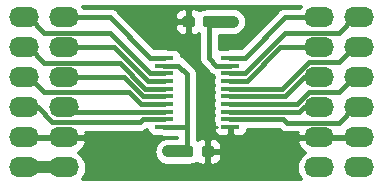
<source format=gbr>
G04 #@! TF.GenerationSoftware,KiCad,Pcbnew,5.1.4+dfsg1-1*
G04 #@! TF.CreationDate,2019-11-09T04:53:54-08:00*
G04 #@! TF.ProjectId,pmod-level-conv,706d6f64-2d6c-4657-9665-6c2d636f6e76,rev?*
G04 #@! TF.SameCoordinates,PX5095e20PY5204180*
G04 #@! TF.FileFunction,Copper,L1,Top*
G04 #@! TF.FilePolarity,Positive*
%FSLAX46Y46*%
G04 Gerber Fmt 4.6, Leading zero omitted, Abs format (unit mm)*
G04 Created by KiCad (PCBNEW 5.1.4+dfsg1-1) date 2019-11-09 04:53:54*
%MOMM*%
%LPD*%
G04 APERTURE LIST*
%ADD10R,1.600000X0.300000*%
%ADD11O,2.540000X1.700000*%
%ADD12C,0.100000*%
%ADD13C,0.950000*%
%ADD14C,0.800000*%
%ADD15C,1.000000*%
%ADD16C,0.400000*%
%ADD17C,0.254000*%
G04 APERTURE END LIST*
D10*
X19300000Y10925000D03*
X19300000Y10275000D03*
X19300000Y9625000D03*
X19300000Y8975000D03*
X19300000Y8325000D03*
X19300000Y7675000D03*
X19300000Y7025000D03*
X19300000Y6375000D03*
X19300000Y5725000D03*
X19300000Y5075000D03*
X13700000Y5075000D03*
X13700000Y5725000D03*
X13700000Y6375000D03*
X13700000Y7025000D03*
X13700000Y7675000D03*
X13700000Y8325000D03*
X13700000Y8975000D03*
X13700000Y9625000D03*
X13700000Y10275000D03*
X13700000Y10925000D03*
D11*
X30170000Y1650000D03*
X26830000Y1650000D03*
X30170000Y4190000D03*
X26830000Y4190000D03*
X30170000Y6730000D03*
X26830000Y6730000D03*
X30170000Y9270000D03*
X26830000Y9270000D03*
X30170000Y11810000D03*
X26830000Y11810000D03*
X30170000Y14350000D03*
X26830000Y14350000D03*
X5170000Y1650000D03*
X1830000Y1650000D03*
X5170000Y4190000D03*
X1830000Y4190000D03*
X5170000Y6730000D03*
X1830000Y6730000D03*
X5170000Y9270000D03*
X1830000Y9270000D03*
X5170000Y11810000D03*
X1830000Y11810000D03*
X5170000Y14350000D03*
X1830000Y14350000D03*
D12*
G36*
X16060779Y14473856D02*
G01*
X16083834Y14470437D01*
X16106443Y14464773D01*
X16128387Y14456921D01*
X16149457Y14446956D01*
X16169448Y14434974D01*
X16188168Y14421090D01*
X16205438Y14405438D01*
X16221090Y14388168D01*
X16234974Y14369448D01*
X16246956Y14349457D01*
X16256921Y14328387D01*
X16264773Y14306443D01*
X16270437Y14283834D01*
X16273856Y14260779D01*
X16275000Y14237500D01*
X16275000Y13762500D01*
X16273856Y13739221D01*
X16270437Y13716166D01*
X16264773Y13693557D01*
X16256921Y13671613D01*
X16246956Y13650543D01*
X16234974Y13630552D01*
X16221090Y13611832D01*
X16205438Y13594562D01*
X16188168Y13578910D01*
X16169448Y13565026D01*
X16149457Y13553044D01*
X16128387Y13543079D01*
X16106443Y13535227D01*
X16083834Y13529563D01*
X16060779Y13526144D01*
X16037500Y13525000D01*
X15462500Y13525000D01*
X15439221Y13526144D01*
X15416166Y13529563D01*
X15393557Y13535227D01*
X15371613Y13543079D01*
X15350543Y13553044D01*
X15330552Y13565026D01*
X15311832Y13578910D01*
X15294562Y13594562D01*
X15278910Y13611832D01*
X15265026Y13630552D01*
X15253044Y13650543D01*
X15243079Y13671613D01*
X15235227Y13693557D01*
X15229563Y13716166D01*
X15226144Y13739221D01*
X15225000Y13762500D01*
X15225000Y14237500D01*
X15226144Y14260779D01*
X15229563Y14283834D01*
X15235227Y14306443D01*
X15243079Y14328387D01*
X15253044Y14349457D01*
X15265026Y14369448D01*
X15278910Y14388168D01*
X15294562Y14405438D01*
X15311832Y14421090D01*
X15330552Y14434974D01*
X15350543Y14446956D01*
X15371613Y14456921D01*
X15393557Y14464773D01*
X15416166Y14470437D01*
X15439221Y14473856D01*
X15462500Y14475000D01*
X16037500Y14475000D01*
X16060779Y14473856D01*
X16060779Y14473856D01*
G37*
D13*
X15750000Y14000000D03*
D12*
G36*
X17810779Y14473856D02*
G01*
X17833834Y14470437D01*
X17856443Y14464773D01*
X17878387Y14456921D01*
X17899457Y14446956D01*
X17919448Y14434974D01*
X17938168Y14421090D01*
X17955438Y14405438D01*
X17971090Y14388168D01*
X17984974Y14369448D01*
X17996956Y14349457D01*
X18006921Y14328387D01*
X18014773Y14306443D01*
X18020437Y14283834D01*
X18023856Y14260779D01*
X18025000Y14237500D01*
X18025000Y13762500D01*
X18023856Y13739221D01*
X18020437Y13716166D01*
X18014773Y13693557D01*
X18006921Y13671613D01*
X17996956Y13650543D01*
X17984974Y13630552D01*
X17971090Y13611832D01*
X17955438Y13594562D01*
X17938168Y13578910D01*
X17919448Y13565026D01*
X17899457Y13553044D01*
X17878387Y13543079D01*
X17856443Y13535227D01*
X17833834Y13529563D01*
X17810779Y13526144D01*
X17787500Y13525000D01*
X17212500Y13525000D01*
X17189221Y13526144D01*
X17166166Y13529563D01*
X17143557Y13535227D01*
X17121613Y13543079D01*
X17100543Y13553044D01*
X17080552Y13565026D01*
X17061832Y13578910D01*
X17044562Y13594562D01*
X17028910Y13611832D01*
X17015026Y13630552D01*
X17003044Y13650543D01*
X16993079Y13671613D01*
X16985227Y13693557D01*
X16979563Y13716166D01*
X16976144Y13739221D01*
X16975000Y13762500D01*
X16975000Y14237500D01*
X16976144Y14260779D01*
X16979563Y14283834D01*
X16985227Y14306443D01*
X16993079Y14328387D01*
X17003044Y14349457D01*
X17015026Y14369448D01*
X17028910Y14388168D01*
X17044562Y14405438D01*
X17061832Y14421090D01*
X17080552Y14434974D01*
X17100543Y14446956D01*
X17121613Y14456921D01*
X17143557Y14464773D01*
X17166166Y14470437D01*
X17189221Y14473856D01*
X17212500Y14475000D01*
X17787500Y14475000D01*
X17810779Y14473856D01*
X17810779Y14473856D01*
G37*
D13*
X17500000Y14000000D03*
D12*
G36*
X17685779Y3473856D02*
G01*
X17708834Y3470437D01*
X17731443Y3464773D01*
X17753387Y3456921D01*
X17774457Y3446956D01*
X17794448Y3434974D01*
X17813168Y3421090D01*
X17830438Y3405438D01*
X17846090Y3388168D01*
X17859974Y3369448D01*
X17871956Y3349457D01*
X17881921Y3328387D01*
X17889773Y3306443D01*
X17895437Y3283834D01*
X17898856Y3260779D01*
X17900000Y3237500D01*
X17900000Y2762500D01*
X17898856Y2739221D01*
X17895437Y2716166D01*
X17889773Y2693557D01*
X17881921Y2671613D01*
X17871956Y2650543D01*
X17859974Y2630552D01*
X17846090Y2611832D01*
X17830438Y2594562D01*
X17813168Y2578910D01*
X17794448Y2565026D01*
X17774457Y2553044D01*
X17753387Y2543079D01*
X17731443Y2535227D01*
X17708834Y2529563D01*
X17685779Y2526144D01*
X17662500Y2525000D01*
X17087500Y2525000D01*
X17064221Y2526144D01*
X17041166Y2529563D01*
X17018557Y2535227D01*
X16996613Y2543079D01*
X16975543Y2553044D01*
X16955552Y2565026D01*
X16936832Y2578910D01*
X16919562Y2594562D01*
X16903910Y2611832D01*
X16890026Y2630552D01*
X16878044Y2650543D01*
X16868079Y2671613D01*
X16860227Y2693557D01*
X16854563Y2716166D01*
X16851144Y2739221D01*
X16850000Y2762500D01*
X16850000Y3237500D01*
X16851144Y3260779D01*
X16854563Y3283834D01*
X16860227Y3306443D01*
X16868079Y3328387D01*
X16878044Y3349457D01*
X16890026Y3369448D01*
X16903910Y3388168D01*
X16919562Y3405438D01*
X16936832Y3421090D01*
X16955552Y3434974D01*
X16975543Y3446956D01*
X16996613Y3456921D01*
X17018557Y3464773D01*
X17041166Y3470437D01*
X17064221Y3473856D01*
X17087500Y3475000D01*
X17662500Y3475000D01*
X17685779Y3473856D01*
X17685779Y3473856D01*
G37*
D13*
X17375000Y3000000D03*
D12*
G36*
X15935779Y3473856D02*
G01*
X15958834Y3470437D01*
X15981443Y3464773D01*
X16003387Y3456921D01*
X16024457Y3446956D01*
X16044448Y3434974D01*
X16063168Y3421090D01*
X16080438Y3405438D01*
X16096090Y3388168D01*
X16109974Y3369448D01*
X16121956Y3349457D01*
X16131921Y3328387D01*
X16139773Y3306443D01*
X16145437Y3283834D01*
X16148856Y3260779D01*
X16150000Y3237500D01*
X16150000Y2762500D01*
X16148856Y2739221D01*
X16145437Y2716166D01*
X16139773Y2693557D01*
X16131921Y2671613D01*
X16121956Y2650543D01*
X16109974Y2630552D01*
X16096090Y2611832D01*
X16080438Y2594562D01*
X16063168Y2578910D01*
X16044448Y2565026D01*
X16024457Y2553044D01*
X16003387Y2543079D01*
X15981443Y2535227D01*
X15958834Y2529563D01*
X15935779Y2526144D01*
X15912500Y2525000D01*
X15337500Y2525000D01*
X15314221Y2526144D01*
X15291166Y2529563D01*
X15268557Y2535227D01*
X15246613Y2543079D01*
X15225543Y2553044D01*
X15205552Y2565026D01*
X15186832Y2578910D01*
X15169562Y2594562D01*
X15153910Y2611832D01*
X15140026Y2630552D01*
X15128044Y2650543D01*
X15118079Y2671613D01*
X15110227Y2693557D01*
X15104563Y2716166D01*
X15101144Y2739221D01*
X15100000Y2762500D01*
X15100000Y3237500D01*
X15101144Y3260779D01*
X15104563Y3283834D01*
X15110227Y3306443D01*
X15118079Y3328387D01*
X15128044Y3349457D01*
X15140026Y3369448D01*
X15153910Y3388168D01*
X15169562Y3405438D01*
X15186832Y3421090D01*
X15205552Y3434974D01*
X15225543Y3446956D01*
X15246613Y3456921D01*
X15268557Y3464773D01*
X15291166Y3470437D01*
X15314221Y3473856D01*
X15337500Y3475000D01*
X15912500Y3475000D01*
X15935779Y3473856D01*
X15935779Y3473856D01*
G37*
D13*
X15625000Y3000000D03*
D14*
X20000000Y4000000D03*
X20000000Y2750000D03*
X14000000Y3000000D03*
X19500000Y14000000D03*
D15*
X2230000Y1650000D02*
X4770000Y1650000D01*
X14000000Y3000000D02*
X15625000Y3000000D01*
D16*
X15625000Y3575000D02*
X15625000Y3000000D01*
X14900000Y10275000D02*
X15625000Y9550000D01*
X13700000Y10275000D02*
X14900000Y10275000D01*
X15575000Y5075000D02*
X15625000Y5125000D01*
X13700000Y5075000D02*
X15575000Y5075000D01*
X15625000Y9550000D02*
X15625000Y5125000D01*
X15625000Y5125000D02*
X15625000Y3575000D01*
X17500000Y10875000D02*
X18100000Y10275000D01*
X18100000Y10275000D02*
X19300000Y10275000D01*
X17500000Y14000000D02*
X17500000Y10875000D01*
D15*
X19500000Y14000000D02*
X17500000Y14000000D01*
D16*
X12500000Y8325000D02*
X13700000Y8325000D01*
X9907906Y10520010D02*
X12102916Y8325000D01*
X3519990Y10520010D02*
X9907906Y10520010D01*
X12102916Y8325000D02*
X12500000Y8325000D01*
X2230000Y11810000D02*
X3519990Y10520010D01*
X11870018Y5725000D02*
X12500000Y5725000D01*
X11625008Y5479990D02*
X11870018Y5725000D01*
X4232229Y5479990D02*
X11625008Y5479990D01*
X2982219Y6730000D02*
X4232229Y5479990D01*
X12500000Y5725000D02*
X13700000Y5725000D01*
X2230000Y6730000D02*
X2982219Y6730000D01*
X12500000Y8975000D02*
X13700000Y8975000D01*
X12301458Y8975000D02*
X12500000Y8975000D01*
X9466458Y11810000D02*
X12301458Y8975000D01*
X4770000Y11810000D02*
X9466458Y11810000D01*
X5125000Y6375000D02*
X13700000Y6375000D01*
X4770000Y6730000D02*
X5125000Y6375000D01*
X12500000Y9625000D02*
X13700000Y9625000D01*
X9064990Y13060010D02*
X12500000Y9625000D01*
X3519990Y13060010D02*
X9064990Y13060010D01*
X2230000Y14350000D02*
X3519990Y13060010D01*
X11705832Y7025000D02*
X12500000Y7025000D01*
X10710842Y8019990D02*
X11705832Y7025000D01*
X3480010Y8019990D02*
X10710842Y8019990D01*
X12500000Y7025000D02*
X13700000Y7025000D01*
X2230000Y9270000D02*
X3480010Y8019990D01*
X12500000Y10925000D02*
X13700000Y10925000D01*
X9075000Y14350000D02*
X12500000Y10925000D01*
X4770000Y14350000D02*
X9075000Y14350000D01*
X12500000Y7675000D02*
X13700000Y7675000D01*
X11904374Y7675000D02*
X12500000Y7675000D01*
X10309374Y9270000D02*
X11904374Y7675000D01*
X4770000Y9270000D02*
X10309374Y9270000D01*
X28480010Y5440010D02*
X29770000Y6730000D01*
X24059990Y5440010D02*
X28480010Y5440010D01*
X23775000Y5725000D02*
X24059990Y5440010D01*
X19300000Y5725000D02*
X23775000Y5725000D01*
X28519990Y10559990D02*
X29770000Y11810000D01*
X25932209Y10559990D02*
X28519990Y10559990D01*
X23697219Y8325000D02*
X25932209Y10559990D01*
X19300000Y8325000D02*
X23697219Y8325000D01*
X25490761Y6730000D02*
X27230000Y6730000D01*
X25135761Y6375000D02*
X25490761Y6730000D01*
X19300000Y6375000D02*
X25135761Y6375000D01*
X20500000Y8975000D02*
X19300000Y8975000D01*
X20698542Y8975000D02*
X20500000Y8975000D01*
X23533542Y11810000D02*
X20698542Y8975000D01*
X27230000Y11810000D02*
X23533542Y11810000D01*
X28519990Y8019990D02*
X29770000Y9270000D01*
X25932209Y8019990D02*
X28519990Y8019990D01*
X24937219Y7025000D02*
X25932209Y8019990D01*
X19300000Y7025000D02*
X24937219Y7025000D01*
X20500000Y9625000D02*
X19300000Y9625000D01*
X23935010Y13060010D02*
X20500000Y9625000D01*
X28480010Y13060010D02*
X23935010Y13060010D01*
X29770000Y14350000D02*
X28480010Y13060010D01*
X25490761Y9270000D02*
X27230000Y9270000D01*
X23895761Y7675000D02*
X25490761Y9270000D01*
X19300000Y7675000D02*
X23895761Y7675000D01*
X23925000Y14350000D02*
X20500000Y10925000D01*
X20500000Y10925000D02*
X19300000Y10925000D01*
X27230000Y14350000D02*
X23925000Y14350000D01*
D17*
G36*
X25174207Y15185000D02*
G01*
X23966007Y15185000D01*
X23924999Y15189039D01*
X23883991Y15185000D01*
X23883981Y15185000D01*
X23761311Y15172918D01*
X23603913Y15125172D01*
X23458854Y15047636D01*
X23331709Y14943291D01*
X23305559Y14911427D01*
X20154133Y11760000D01*
X19258981Y11760000D01*
X19136311Y11747918D01*
X19021439Y11713072D01*
X18500000Y11713072D01*
X18375518Y11700812D01*
X18335000Y11688521D01*
X18335000Y12865000D01*
X19555752Y12865000D01*
X19722499Y12881423D01*
X19936447Y12946324D01*
X20133623Y13051716D01*
X20306449Y13193551D01*
X20448284Y13366377D01*
X20553676Y13563553D01*
X20618577Y13777501D01*
X20640491Y14000000D01*
X20618577Y14222499D01*
X20553676Y14436447D01*
X20448284Y14633623D01*
X20306449Y14806449D01*
X20133623Y14948284D01*
X19936447Y15053676D01*
X19722499Y15118577D01*
X19555752Y15135000D01*
X17444248Y15135000D01*
X17277501Y15118577D01*
X17259354Y15113072D01*
X17212500Y15113072D01*
X17041684Y15096248D01*
X16877433Y15046423D01*
X16726058Y14965512D01*
X16702161Y14945901D01*
X16629494Y15005537D01*
X16519180Y15064502D01*
X16399482Y15100812D01*
X16275000Y15113072D01*
X16035750Y15110000D01*
X15877000Y14951250D01*
X15877000Y14127000D01*
X15897000Y14127000D01*
X15897000Y13873000D01*
X15877000Y13873000D01*
X15877000Y13048750D01*
X16035750Y12890000D01*
X16275000Y12886928D01*
X16399482Y12899188D01*
X16519180Y12935498D01*
X16629494Y12994463D01*
X16665000Y13023602D01*
X16665001Y10916028D01*
X16660960Y10875000D01*
X16677082Y10711312D01*
X16724828Y10553914D01*
X16800110Y10413072D01*
X16802365Y10408854D01*
X16906710Y10281709D01*
X16938574Y10255559D01*
X17480558Y9713574D01*
X17506709Y9681709D01*
X17617134Y9591086D01*
X17633854Y9577364D01*
X17778913Y9499828D01*
X17861964Y9474635D01*
X17874188Y9350518D01*
X17889512Y9300000D01*
X17874188Y9249482D01*
X17861928Y9125000D01*
X17861928Y8825000D01*
X17874188Y8700518D01*
X17889512Y8650000D01*
X17874188Y8599482D01*
X17861928Y8475000D01*
X17861928Y8175000D01*
X17874188Y8050518D01*
X17889512Y8000000D01*
X17874188Y7949482D01*
X17861928Y7825000D01*
X17861928Y7525000D01*
X17874188Y7400518D01*
X17889512Y7350000D01*
X17874188Y7299482D01*
X17861928Y7175000D01*
X17861928Y6875000D01*
X17874188Y6750518D01*
X17889512Y6700000D01*
X17874188Y6649482D01*
X17861928Y6525000D01*
X17861928Y6225000D01*
X17874188Y6100518D01*
X17889512Y6050000D01*
X17874188Y5999482D01*
X17861928Y5875000D01*
X17861928Y5575000D01*
X17874188Y5450518D01*
X17889409Y5400341D01*
X17876020Y5358358D01*
X17865000Y5256750D01*
X18023750Y5098000D01*
X18080271Y5098000D01*
X18136322Y5052000D01*
X18023750Y5052000D01*
X17865000Y4893250D01*
X17876020Y4791642D01*
X17914026Y4672472D01*
X17974551Y4563006D01*
X18055269Y4467452D01*
X18153078Y4389481D01*
X18264219Y4332089D01*
X18384420Y4297483D01*
X18509063Y4286992D01*
X19014250Y4290000D01*
X19173000Y4448750D01*
X19173000Y4898468D01*
X19258981Y4890000D01*
X19427000Y4890000D01*
X19427000Y4448750D01*
X19585750Y4290000D01*
X20090937Y4286992D01*
X20215580Y4297483D01*
X20335781Y4332089D01*
X20446922Y4389481D01*
X20544731Y4467452D01*
X20625449Y4563006D01*
X20685974Y4672472D01*
X20723980Y4791642D01*
X20734648Y4890000D01*
X23429132Y4890000D01*
X23440548Y4878584D01*
X23466699Y4846719D01*
X23593844Y4742374D01*
X23738903Y4664838D01*
X23896301Y4617092D01*
X24018971Y4605010D01*
X24018972Y4605010D01*
X24059990Y4600970D01*
X24101008Y4605010D01*
X24981446Y4605010D01*
X24968524Y4546890D01*
X25089845Y4317000D01*
X26703000Y4317000D01*
X26703000Y4337000D01*
X26957000Y4337000D01*
X26957000Y4317000D01*
X30043000Y4317000D01*
X30043000Y4337000D01*
X30297000Y4337000D01*
X30297000Y4317000D01*
X30317000Y4317000D01*
X30317000Y4063000D01*
X30297000Y4063000D01*
X30297000Y4043000D01*
X30043000Y4043000D01*
X30043000Y4063000D01*
X26957000Y4063000D01*
X26957000Y4043000D01*
X26703000Y4043000D01*
X26703000Y4063000D01*
X25089845Y4063000D01*
X24968524Y3833110D01*
X24989437Y3739047D01*
X25104709Y3470574D01*
X25270143Y3229748D01*
X25479381Y3025824D01*
X25639337Y2921895D01*
X25580986Y2890706D01*
X25354866Y2705134D01*
X25169294Y2479014D01*
X25031401Y2221034D01*
X24946487Y1941111D01*
X24917815Y1650000D01*
X24946487Y1358889D01*
X25031401Y1078966D01*
X25169294Y820986D01*
X25301412Y660000D01*
X6698588Y660000D01*
X6830706Y820986D01*
X6968599Y1078966D01*
X7053513Y1358889D01*
X7082185Y1650000D01*
X7053513Y1941111D01*
X6968599Y2221034D01*
X6830706Y2479014D01*
X6645134Y2705134D01*
X6419014Y2890706D01*
X6360663Y2921895D01*
X6520619Y3025824D01*
X6729857Y3229748D01*
X6895291Y3470574D01*
X7010563Y3739047D01*
X7031476Y3833110D01*
X6910155Y4063000D01*
X5297000Y4063000D01*
X5297000Y4043000D01*
X5043000Y4043000D01*
X5043000Y4063000D01*
X1957000Y4063000D01*
X1957000Y4043000D01*
X1703000Y4043000D01*
X1703000Y4063000D01*
X1683000Y4063000D01*
X1683000Y4317000D01*
X1703000Y4317000D01*
X1703000Y4337000D01*
X1957000Y4337000D01*
X1957000Y4317000D01*
X5043000Y4317000D01*
X5043000Y4337000D01*
X5297000Y4337000D01*
X5297000Y4317000D01*
X6910155Y4317000D01*
X7031476Y4546890D01*
X7010563Y4640953D01*
X7008830Y4644990D01*
X11583990Y4644990D01*
X11625008Y4640950D01*
X11666026Y4644990D01*
X11666027Y4644990D01*
X11788697Y4657072D01*
X11946095Y4704818D01*
X12091154Y4782354D01*
X12218299Y4886699D01*
X12221008Y4890000D01*
X12265375Y4890000D01*
X12274188Y4800518D01*
X12310498Y4680820D01*
X12369463Y4570506D01*
X12448815Y4473815D01*
X12545506Y4394463D01*
X12655820Y4335498D01*
X12775518Y4299188D01*
X12900000Y4286928D01*
X13421439Y4286928D01*
X13536311Y4252082D01*
X13658981Y4240000D01*
X14790001Y4240000D01*
X14790001Y4135000D01*
X13944248Y4135000D01*
X13777501Y4118577D01*
X13563553Y4053676D01*
X13366377Y3948284D01*
X13193551Y3806449D01*
X13051716Y3633623D01*
X12946324Y3436447D01*
X12881423Y3222499D01*
X12859509Y3000000D01*
X12881423Y2777501D01*
X12946324Y2563553D01*
X13051716Y2366377D01*
X13193551Y2193551D01*
X13366377Y2051716D01*
X13563553Y1946324D01*
X13777501Y1881423D01*
X13944248Y1865000D01*
X15680752Y1865000D01*
X15847499Y1881423D01*
X15865646Y1886928D01*
X15912500Y1886928D01*
X16083316Y1903752D01*
X16247567Y1953577D01*
X16398942Y2034488D01*
X16422839Y2054099D01*
X16495506Y1994463D01*
X16605820Y1935498D01*
X16725518Y1899188D01*
X16850000Y1886928D01*
X17089250Y1890000D01*
X17248000Y2048750D01*
X17248000Y2873000D01*
X17502000Y2873000D01*
X17502000Y2048750D01*
X17660750Y1890000D01*
X17900000Y1886928D01*
X18024482Y1899188D01*
X18144180Y1935498D01*
X18254494Y1994463D01*
X18351185Y2073815D01*
X18430537Y2170506D01*
X18489502Y2280820D01*
X18525812Y2400518D01*
X18538072Y2525000D01*
X18535000Y2714250D01*
X18376250Y2873000D01*
X17502000Y2873000D01*
X17248000Y2873000D01*
X17228000Y2873000D01*
X17228000Y3127000D01*
X17248000Y3127000D01*
X17248000Y3951250D01*
X17502000Y3951250D01*
X17502000Y3127000D01*
X18376250Y3127000D01*
X18535000Y3285750D01*
X18538072Y3475000D01*
X18525812Y3599482D01*
X18489502Y3719180D01*
X18430537Y3829494D01*
X18351185Y3926185D01*
X18254494Y4005537D01*
X18144180Y4064502D01*
X18024482Y4100812D01*
X17900000Y4113072D01*
X17660750Y4110000D01*
X17502000Y3951250D01*
X17248000Y3951250D01*
X17089250Y4110000D01*
X16850000Y4113072D01*
X16725518Y4100812D01*
X16605820Y4064502D01*
X16495506Y4005537D01*
X16460000Y3976398D01*
X16460000Y5083982D01*
X16464040Y5125000D01*
X16460000Y5166019D01*
X16460000Y9508982D01*
X16464040Y9550000D01*
X16453646Y9655537D01*
X16447918Y9713689D01*
X16400172Y9871087D01*
X16322636Y10016146D01*
X16291681Y10053865D01*
X16244439Y10111430D01*
X16244437Y10111432D01*
X16218291Y10143291D01*
X16186433Y10169436D01*
X15519445Y10836422D01*
X15493291Y10868291D01*
X15366146Y10972636D01*
X15221087Y11050172D01*
X15138036Y11075365D01*
X15125812Y11199482D01*
X15089502Y11319180D01*
X15030537Y11429494D01*
X14951185Y11526185D01*
X14854494Y11605537D01*
X14744180Y11664502D01*
X14624482Y11700812D01*
X14500000Y11713072D01*
X13978561Y11713072D01*
X13863689Y11747918D01*
X13741019Y11760000D01*
X12845868Y11760000D01*
X11080868Y13525000D01*
X14586928Y13525000D01*
X14599188Y13400518D01*
X14635498Y13280820D01*
X14694463Y13170506D01*
X14773815Y13073815D01*
X14870506Y12994463D01*
X14980820Y12935498D01*
X15100518Y12899188D01*
X15225000Y12886928D01*
X15464250Y12890000D01*
X15623000Y13048750D01*
X15623000Y13873000D01*
X14748750Y13873000D01*
X14590000Y13714250D01*
X14586928Y13525000D01*
X11080868Y13525000D01*
X10130868Y14475000D01*
X14586928Y14475000D01*
X14590000Y14285750D01*
X14748750Y14127000D01*
X15623000Y14127000D01*
X15623000Y14951250D01*
X15464250Y15110000D01*
X15225000Y15113072D01*
X15100518Y15100812D01*
X14980820Y15064502D01*
X14870506Y15005537D01*
X14773815Y14926185D01*
X14694463Y14829494D01*
X14635498Y14719180D01*
X14599188Y14599482D01*
X14586928Y14475000D01*
X10130868Y14475000D01*
X9694446Y14911421D01*
X9668291Y14943291D01*
X9541146Y15047636D01*
X9396087Y15125172D01*
X9238689Y15172918D01*
X9116019Y15185000D01*
X9116018Y15185000D01*
X9075000Y15189040D01*
X9033982Y15185000D01*
X6825793Y15185000D01*
X6698588Y15340000D01*
X25301412Y15340000D01*
X25174207Y15185000D01*
X25174207Y15185000D01*
G37*
X25174207Y15185000D02*
X23966007Y15185000D01*
X23924999Y15189039D01*
X23883991Y15185000D01*
X23883981Y15185000D01*
X23761311Y15172918D01*
X23603913Y15125172D01*
X23458854Y15047636D01*
X23331709Y14943291D01*
X23305559Y14911427D01*
X20154133Y11760000D01*
X19258981Y11760000D01*
X19136311Y11747918D01*
X19021439Y11713072D01*
X18500000Y11713072D01*
X18375518Y11700812D01*
X18335000Y11688521D01*
X18335000Y12865000D01*
X19555752Y12865000D01*
X19722499Y12881423D01*
X19936447Y12946324D01*
X20133623Y13051716D01*
X20306449Y13193551D01*
X20448284Y13366377D01*
X20553676Y13563553D01*
X20618577Y13777501D01*
X20640491Y14000000D01*
X20618577Y14222499D01*
X20553676Y14436447D01*
X20448284Y14633623D01*
X20306449Y14806449D01*
X20133623Y14948284D01*
X19936447Y15053676D01*
X19722499Y15118577D01*
X19555752Y15135000D01*
X17444248Y15135000D01*
X17277501Y15118577D01*
X17259354Y15113072D01*
X17212500Y15113072D01*
X17041684Y15096248D01*
X16877433Y15046423D01*
X16726058Y14965512D01*
X16702161Y14945901D01*
X16629494Y15005537D01*
X16519180Y15064502D01*
X16399482Y15100812D01*
X16275000Y15113072D01*
X16035750Y15110000D01*
X15877000Y14951250D01*
X15877000Y14127000D01*
X15897000Y14127000D01*
X15897000Y13873000D01*
X15877000Y13873000D01*
X15877000Y13048750D01*
X16035750Y12890000D01*
X16275000Y12886928D01*
X16399482Y12899188D01*
X16519180Y12935498D01*
X16629494Y12994463D01*
X16665000Y13023602D01*
X16665001Y10916028D01*
X16660960Y10875000D01*
X16677082Y10711312D01*
X16724828Y10553914D01*
X16800110Y10413072D01*
X16802365Y10408854D01*
X16906710Y10281709D01*
X16938574Y10255559D01*
X17480558Y9713574D01*
X17506709Y9681709D01*
X17617134Y9591086D01*
X17633854Y9577364D01*
X17778913Y9499828D01*
X17861964Y9474635D01*
X17874188Y9350518D01*
X17889512Y9300000D01*
X17874188Y9249482D01*
X17861928Y9125000D01*
X17861928Y8825000D01*
X17874188Y8700518D01*
X17889512Y8650000D01*
X17874188Y8599482D01*
X17861928Y8475000D01*
X17861928Y8175000D01*
X17874188Y8050518D01*
X17889512Y8000000D01*
X17874188Y7949482D01*
X17861928Y7825000D01*
X17861928Y7525000D01*
X17874188Y7400518D01*
X17889512Y7350000D01*
X17874188Y7299482D01*
X17861928Y7175000D01*
X17861928Y6875000D01*
X17874188Y6750518D01*
X17889512Y6700000D01*
X17874188Y6649482D01*
X17861928Y6525000D01*
X17861928Y6225000D01*
X17874188Y6100518D01*
X17889512Y6050000D01*
X17874188Y5999482D01*
X17861928Y5875000D01*
X17861928Y5575000D01*
X17874188Y5450518D01*
X17889409Y5400341D01*
X17876020Y5358358D01*
X17865000Y5256750D01*
X18023750Y5098000D01*
X18080271Y5098000D01*
X18136322Y5052000D01*
X18023750Y5052000D01*
X17865000Y4893250D01*
X17876020Y4791642D01*
X17914026Y4672472D01*
X17974551Y4563006D01*
X18055269Y4467452D01*
X18153078Y4389481D01*
X18264219Y4332089D01*
X18384420Y4297483D01*
X18509063Y4286992D01*
X19014250Y4290000D01*
X19173000Y4448750D01*
X19173000Y4898468D01*
X19258981Y4890000D01*
X19427000Y4890000D01*
X19427000Y4448750D01*
X19585750Y4290000D01*
X20090937Y4286992D01*
X20215580Y4297483D01*
X20335781Y4332089D01*
X20446922Y4389481D01*
X20544731Y4467452D01*
X20625449Y4563006D01*
X20685974Y4672472D01*
X20723980Y4791642D01*
X20734648Y4890000D01*
X23429132Y4890000D01*
X23440548Y4878584D01*
X23466699Y4846719D01*
X23593844Y4742374D01*
X23738903Y4664838D01*
X23896301Y4617092D01*
X24018971Y4605010D01*
X24018972Y4605010D01*
X24059990Y4600970D01*
X24101008Y4605010D01*
X24981446Y4605010D01*
X24968524Y4546890D01*
X25089845Y4317000D01*
X26703000Y4317000D01*
X26703000Y4337000D01*
X26957000Y4337000D01*
X26957000Y4317000D01*
X30043000Y4317000D01*
X30043000Y4337000D01*
X30297000Y4337000D01*
X30297000Y4317000D01*
X30317000Y4317000D01*
X30317000Y4063000D01*
X30297000Y4063000D01*
X30297000Y4043000D01*
X30043000Y4043000D01*
X30043000Y4063000D01*
X26957000Y4063000D01*
X26957000Y4043000D01*
X26703000Y4043000D01*
X26703000Y4063000D01*
X25089845Y4063000D01*
X24968524Y3833110D01*
X24989437Y3739047D01*
X25104709Y3470574D01*
X25270143Y3229748D01*
X25479381Y3025824D01*
X25639337Y2921895D01*
X25580986Y2890706D01*
X25354866Y2705134D01*
X25169294Y2479014D01*
X25031401Y2221034D01*
X24946487Y1941111D01*
X24917815Y1650000D01*
X24946487Y1358889D01*
X25031401Y1078966D01*
X25169294Y820986D01*
X25301412Y660000D01*
X6698588Y660000D01*
X6830706Y820986D01*
X6968599Y1078966D01*
X7053513Y1358889D01*
X7082185Y1650000D01*
X7053513Y1941111D01*
X6968599Y2221034D01*
X6830706Y2479014D01*
X6645134Y2705134D01*
X6419014Y2890706D01*
X6360663Y2921895D01*
X6520619Y3025824D01*
X6729857Y3229748D01*
X6895291Y3470574D01*
X7010563Y3739047D01*
X7031476Y3833110D01*
X6910155Y4063000D01*
X5297000Y4063000D01*
X5297000Y4043000D01*
X5043000Y4043000D01*
X5043000Y4063000D01*
X1957000Y4063000D01*
X1957000Y4043000D01*
X1703000Y4043000D01*
X1703000Y4063000D01*
X1683000Y4063000D01*
X1683000Y4317000D01*
X1703000Y4317000D01*
X1703000Y4337000D01*
X1957000Y4337000D01*
X1957000Y4317000D01*
X5043000Y4317000D01*
X5043000Y4337000D01*
X5297000Y4337000D01*
X5297000Y4317000D01*
X6910155Y4317000D01*
X7031476Y4546890D01*
X7010563Y4640953D01*
X7008830Y4644990D01*
X11583990Y4644990D01*
X11625008Y4640950D01*
X11666026Y4644990D01*
X11666027Y4644990D01*
X11788697Y4657072D01*
X11946095Y4704818D01*
X12091154Y4782354D01*
X12218299Y4886699D01*
X12221008Y4890000D01*
X12265375Y4890000D01*
X12274188Y4800518D01*
X12310498Y4680820D01*
X12369463Y4570506D01*
X12448815Y4473815D01*
X12545506Y4394463D01*
X12655820Y4335498D01*
X12775518Y4299188D01*
X12900000Y4286928D01*
X13421439Y4286928D01*
X13536311Y4252082D01*
X13658981Y4240000D01*
X14790001Y4240000D01*
X14790001Y4135000D01*
X13944248Y4135000D01*
X13777501Y4118577D01*
X13563553Y4053676D01*
X13366377Y3948284D01*
X13193551Y3806449D01*
X13051716Y3633623D01*
X12946324Y3436447D01*
X12881423Y3222499D01*
X12859509Y3000000D01*
X12881423Y2777501D01*
X12946324Y2563553D01*
X13051716Y2366377D01*
X13193551Y2193551D01*
X13366377Y2051716D01*
X13563553Y1946324D01*
X13777501Y1881423D01*
X13944248Y1865000D01*
X15680752Y1865000D01*
X15847499Y1881423D01*
X15865646Y1886928D01*
X15912500Y1886928D01*
X16083316Y1903752D01*
X16247567Y1953577D01*
X16398942Y2034488D01*
X16422839Y2054099D01*
X16495506Y1994463D01*
X16605820Y1935498D01*
X16725518Y1899188D01*
X16850000Y1886928D01*
X17089250Y1890000D01*
X17248000Y2048750D01*
X17248000Y2873000D01*
X17502000Y2873000D01*
X17502000Y2048750D01*
X17660750Y1890000D01*
X17900000Y1886928D01*
X18024482Y1899188D01*
X18144180Y1935498D01*
X18254494Y1994463D01*
X18351185Y2073815D01*
X18430537Y2170506D01*
X18489502Y2280820D01*
X18525812Y2400518D01*
X18538072Y2525000D01*
X18535000Y2714250D01*
X18376250Y2873000D01*
X17502000Y2873000D01*
X17248000Y2873000D01*
X17228000Y2873000D01*
X17228000Y3127000D01*
X17248000Y3127000D01*
X17248000Y3951250D01*
X17502000Y3951250D01*
X17502000Y3127000D01*
X18376250Y3127000D01*
X18535000Y3285750D01*
X18538072Y3475000D01*
X18525812Y3599482D01*
X18489502Y3719180D01*
X18430537Y3829494D01*
X18351185Y3926185D01*
X18254494Y4005537D01*
X18144180Y4064502D01*
X18024482Y4100812D01*
X17900000Y4113072D01*
X17660750Y4110000D01*
X17502000Y3951250D01*
X17248000Y3951250D01*
X17089250Y4110000D01*
X16850000Y4113072D01*
X16725518Y4100812D01*
X16605820Y4064502D01*
X16495506Y4005537D01*
X16460000Y3976398D01*
X16460000Y5083982D01*
X16464040Y5125000D01*
X16460000Y5166019D01*
X16460000Y9508982D01*
X16464040Y9550000D01*
X16453646Y9655537D01*
X16447918Y9713689D01*
X16400172Y9871087D01*
X16322636Y10016146D01*
X16291681Y10053865D01*
X16244439Y10111430D01*
X16244437Y10111432D01*
X16218291Y10143291D01*
X16186433Y10169436D01*
X15519445Y10836422D01*
X15493291Y10868291D01*
X15366146Y10972636D01*
X15221087Y11050172D01*
X15138036Y11075365D01*
X15125812Y11199482D01*
X15089502Y11319180D01*
X15030537Y11429494D01*
X14951185Y11526185D01*
X14854494Y11605537D01*
X14744180Y11664502D01*
X14624482Y11700812D01*
X14500000Y11713072D01*
X13978561Y11713072D01*
X13863689Y11747918D01*
X13741019Y11760000D01*
X12845868Y11760000D01*
X11080868Y13525000D01*
X14586928Y13525000D01*
X14599188Y13400518D01*
X14635498Y13280820D01*
X14694463Y13170506D01*
X14773815Y13073815D01*
X14870506Y12994463D01*
X14980820Y12935498D01*
X15100518Y12899188D01*
X15225000Y12886928D01*
X15464250Y12890000D01*
X15623000Y13048750D01*
X15623000Y13873000D01*
X14748750Y13873000D01*
X14590000Y13714250D01*
X14586928Y13525000D01*
X11080868Y13525000D01*
X10130868Y14475000D01*
X14586928Y14475000D01*
X14590000Y14285750D01*
X14748750Y14127000D01*
X15623000Y14127000D01*
X15623000Y14951250D01*
X15464250Y15110000D01*
X15225000Y15113072D01*
X15100518Y15100812D01*
X14980820Y15064502D01*
X14870506Y15005537D01*
X14773815Y14926185D01*
X14694463Y14829494D01*
X14635498Y14719180D01*
X14599188Y14599482D01*
X14586928Y14475000D01*
X10130868Y14475000D01*
X9694446Y14911421D01*
X9668291Y14943291D01*
X9541146Y15047636D01*
X9396087Y15125172D01*
X9238689Y15172918D01*
X9116019Y15185000D01*
X9116018Y15185000D01*
X9075000Y15189040D01*
X9033982Y15185000D01*
X6825793Y15185000D01*
X6698588Y15340000D01*
X25301412Y15340000D01*
X25174207Y15185000D01*
M02*

</source>
